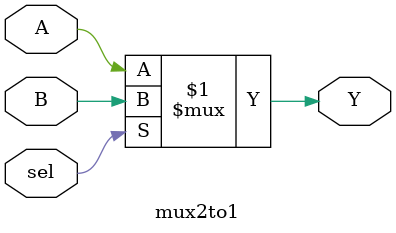
<source format=v>
`timescale 1us/100ns
module mux2to1 (
    input wire A,    // Input 1
    input wire B,    // Input 2
    input wire sel,  // Select signal
    output wire Y    // Output
);

    // If sel is 0, Y = A; if sel is 1, Y = B
    assign Y = sel ? B : A;

endmodule

</source>
